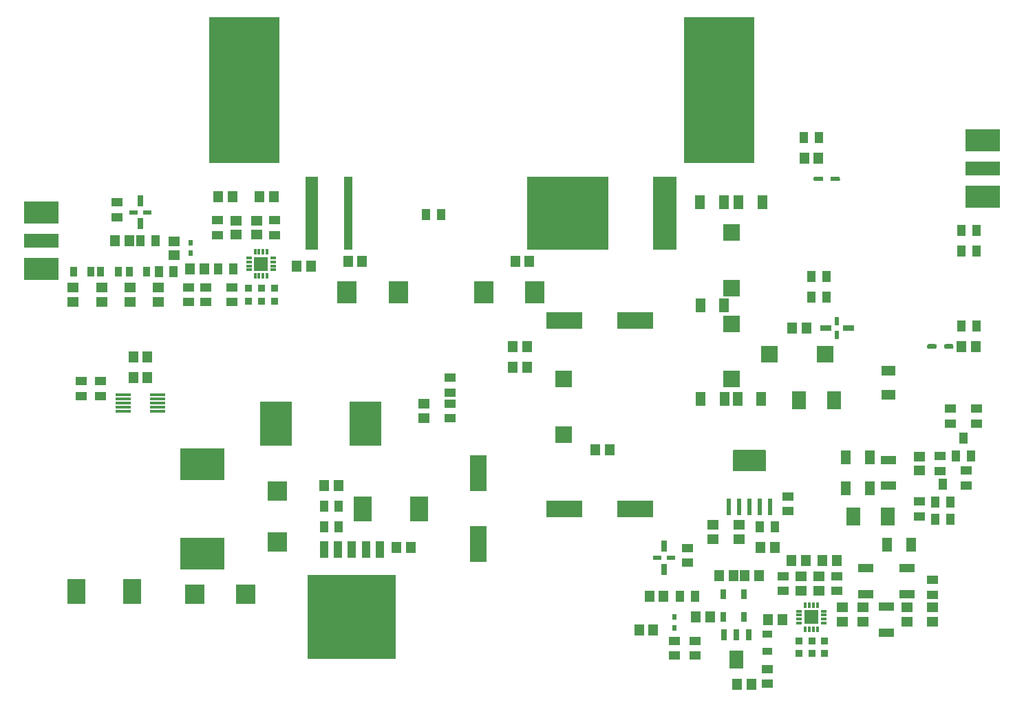
<source format=gbr>
G04 EAGLE Gerber RS-274X export*
G75*
%MOMM*%
%FSLAX34Y34*%
%LPD*%
%INSolderpaste Top*%
%IPPOS*%
%AMOC8*
5,1,8,0,0,1.08239X$1,22.5*%
G01*
%ADD10R,1.465300X1.164600*%
%ADD11R,1.164600X1.465300*%
%ADD12R,2.115300X4.415700*%
%ADD13R,2.400000X2.800000*%
%ADD14R,2.403600X2.368000*%
%ADD15R,2.368000X2.403600*%
%ADD16R,1.164600X1.815300*%
%ADD17R,0.970200X0.920900*%
%ADD18R,4.415700X2.115300*%
%ADD19R,0.500000X0.700000*%
%ADD20R,2.251800X3.120200*%
%ADD21R,1.752000X2.223900*%
%ADD22R,0.875700X1.210300*%
%ADD23R,2.000000X2.000000*%
%ADD24R,1.910300X1.043100*%
%ADD25R,0.760000X1.270000*%
%ADD26R,4.000000X5.400000*%
%ADD27R,1.210300X0.875700*%
%ADD28R,5.400000X4.000000*%
%ADD29R,1.031200X1.420200*%
%ADD30R,1.420200X1.031200*%
%ADD31R,0.800000X1.400000*%
%ADD32R,1.800000X2.200000*%
%ADD33R,0.800000X0.300000*%
%ADD34R,0.300000X0.800000*%
%ADD35R,1.800000X1.800000*%
%ADD36R,1.500000X9.000000*%
%ADD37R,1.000000X9.000000*%
%ADD38R,10.000000X9.000000*%
%ADD39R,3.000000X9.000000*%
%ADD40R,8.600000X18.000000*%
%ADD41R,0.558800X2.057400*%
%ADD42R,3.810000X2.540000*%
%ADD43R,1.828800X0.330200*%
%ADD44R,10.800000X10.410000*%
%ADD45R,1.066800X2.159000*%
%ADD46R,1.100000X0.600000*%
%ADD47R,1.400000X0.800000*%
%ADD48R,0.600000X1.100000*%
%ADD49R,4.191000X1.778000*%
%ADD50R,4.191000X2.667000*%
%ADD51R,1.000000X1.400000*%
%ADD52R,1.815300X1.164600*%

G36*
X911499Y281436D02*
X911499Y281436D01*
X911518Y281434D01*
X911620Y281456D01*
X911722Y281473D01*
X911739Y281482D01*
X911759Y281486D01*
X911848Y281539D01*
X911939Y281588D01*
X911953Y281602D01*
X911970Y281612D01*
X912037Y281691D01*
X912109Y281766D01*
X912117Y281784D01*
X912130Y281799D01*
X912169Y281895D01*
X912212Y281989D01*
X912214Y282009D01*
X912222Y282027D01*
X912240Y282194D01*
X912240Y306578D01*
X912239Y306588D01*
X912239Y306593D01*
X912237Y306602D01*
X912239Y306617D01*
X912217Y306719D01*
X912201Y306821D01*
X912191Y306838D01*
X912187Y306858D01*
X912134Y306947D01*
X912085Y307038D01*
X912071Y307052D01*
X912061Y307069D01*
X911982Y307136D01*
X911907Y307208D01*
X911889Y307216D01*
X911874Y307229D01*
X911778Y307268D01*
X911684Y307311D01*
X911664Y307313D01*
X911646Y307321D01*
X911479Y307339D01*
X872871Y307339D01*
X872851Y307336D01*
X872832Y307338D01*
X872730Y307316D01*
X872628Y307300D01*
X872611Y307290D01*
X872591Y307286D01*
X872502Y307233D01*
X872411Y307184D01*
X872397Y307170D01*
X872380Y307160D01*
X872313Y307081D01*
X872242Y307006D01*
X872233Y306988D01*
X872220Y306973D01*
X872181Y306877D01*
X872138Y306783D01*
X872136Y306763D01*
X872128Y306745D01*
X872110Y306578D01*
X872110Y282194D01*
X872113Y282174D01*
X872111Y282155D01*
X872133Y282053D01*
X872150Y281951D01*
X872159Y281934D01*
X872163Y281914D01*
X872216Y281825D01*
X872265Y281734D01*
X872279Y281720D01*
X872289Y281703D01*
X872368Y281636D01*
X872443Y281565D01*
X872461Y281556D01*
X872476Y281543D01*
X872572Y281504D01*
X872666Y281461D01*
X872686Y281459D01*
X872704Y281451D01*
X872871Y281433D01*
X911479Y281433D01*
X911499Y281436D01*
G37*
G36*
X1002227Y638703D02*
X1002227Y638703D01*
X1002229Y638701D01*
X1002432Y638717D01*
X1002436Y638721D01*
X1002440Y638718D01*
X1002639Y638766D01*
X1002642Y638771D01*
X1002646Y638769D01*
X1002834Y638847D01*
X1002837Y638851D01*
X1002841Y638850D01*
X1003015Y638956D01*
X1003017Y638962D01*
X1003021Y638961D01*
X1003176Y639094D01*
X1003177Y639099D01*
X1003181Y639099D01*
X1003314Y639254D01*
X1003315Y639260D01*
X1003319Y639260D01*
X1003425Y639434D01*
X1003424Y639440D01*
X1003429Y639441D01*
X1003507Y639629D01*
X1003505Y639635D01*
X1003509Y639636D01*
X1003557Y639835D01*
X1003555Y639841D01*
X1003558Y639843D01*
X1003574Y640046D01*
X1003572Y640049D01*
X1003574Y640050D01*
X1003558Y642853D01*
X1003553Y642860D01*
X1003557Y642865D01*
X1003509Y643064D01*
X1003504Y643067D01*
X1003507Y643071D01*
X1003429Y643259D01*
X1003424Y643262D01*
X1003425Y643266D01*
X1003319Y643440D01*
X1003313Y643442D01*
X1003314Y643446D01*
X1003181Y643601D01*
X1003176Y643602D01*
X1003176Y643606D01*
X1003021Y643739D01*
X1003015Y643740D01*
X1003015Y643744D01*
X1002841Y643850D01*
X1002835Y643849D01*
X1002834Y643854D01*
X1002646Y643932D01*
X1002640Y643930D01*
X1002639Y643934D01*
X1002440Y643982D01*
X1002434Y643980D01*
X1002432Y643983D01*
X1002229Y643999D01*
X1002226Y643997D01*
X1002225Y643999D01*
X993425Y643999D01*
X993423Y643997D01*
X993421Y643999D01*
X993218Y643983D01*
X993214Y643979D01*
X993210Y643982D01*
X993011Y643934D01*
X993008Y643929D01*
X993004Y643932D01*
X992816Y643854D01*
X992813Y643849D01*
X992809Y643850D01*
X992635Y643744D01*
X992633Y643738D01*
X992629Y643739D01*
X992474Y643606D01*
X992473Y643601D01*
X992469Y643601D01*
X992336Y643446D01*
X992335Y643440D01*
X992331Y643440D01*
X992225Y643266D01*
X992226Y643260D01*
X992222Y643259D01*
X992144Y643071D01*
X992145Y643065D01*
X992141Y643064D01*
X992093Y642865D01*
X992095Y642859D01*
X992092Y642857D01*
X992076Y642654D01*
X992078Y642651D01*
X992076Y642650D01*
X992092Y639847D01*
X992097Y639840D01*
X992093Y639835D01*
X992141Y639636D01*
X992146Y639633D01*
X992144Y639629D01*
X992222Y639441D01*
X992226Y639438D01*
X992225Y639434D01*
X992331Y639260D01*
X992337Y639258D01*
X992336Y639254D01*
X992469Y639099D01*
X992474Y639098D01*
X992474Y639094D01*
X992629Y638961D01*
X992635Y638960D01*
X992635Y638956D01*
X992809Y638850D01*
X992815Y638851D01*
X992816Y638847D01*
X993004Y638769D01*
X993010Y638770D01*
X993011Y638766D01*
X993210Y638718D01*
X993216Y638720D01*
X993218Y638717D01*
X993421Y638701D01*
X993424Y638703D01*
X993425Y638701D01*
X1002225Y638701D01*
X1002227Y638703D01*
G37*
G36*
X981427Y638703D02*
X981427Y638703D01*
X981429Y638701D01*
X981632Y638717D01*
X981636Y638721D01*
X981640Y638718D01*
X981839Y638766D01*
X981842Y638771D01*
X981846Y638769D01*
X982034Y638847D01*
X982037Y638851D01*
X982041Y638850D01*
X982215Y638956D01*
X982217Y638962D01*
X982221Y638961D01*
X982376Y639094D01*
X982377Y639099D01*
X982381Y639099D01*
X982514Y639254D01*
X982515Y639260D01*
X982519Y639260D01*
X982625Y639434D01*
X982624Y639440D01*
X982629Y639441D01*
X982707Y639629D01*
X982705Y639635D01*
X982709Y639636D01*
X982757Y639835D01*
X982755Y639841D01*
X982758Y639843D01*
X982774Y640046D01*
X982772Y640049D01*
X982774Y640050D01*
X982758Y642853D01*
X982753Y642860D01*
X982757Y642865D01*
X982709Y643064D01*
X982704Y643067D01*
X982707Y643071D01*
X982629Y643259D01*
X982624Y643262D01*
X982625Y643266D01*
X982519Y643440D01*
X982513Y643442D01*
X982514Y643446D01*
X982381Y643601D01*
X982376Y643602D01*
X982376Y643606D01*
X982221Y643739D01*
X982215Y643740D01*
X982215Y643744D01*
X982041Y643850D01*
X982035Y643849D01*
X982034Y643854D01*
X981846Y643932D01*
X981840Y643930D01*
X981839Y643934D01*
X981640Y643982D01*
X981634Y643980D01*
X981632Y643983D01*
X981429Y643999D01*
X981426Y643997D01*
X981425Y643999D01*
X972625Y643999D01*
X972623Y643997D01*
X972621Y643999D01*
X972418Y643983D01*
X972414Y643979D01*
X972410Y643982D01*
X972211Y643934D01*
X972208Y643929D01*
X972204Y643932D01*
X972016Y643854D01*
X972013Y643849D01*
X972009Y643850D01*
X971835Y643744D01*
X971833Y643738D01*
X971829Y643739D01*
X971674Y643606D01*
X971673Y643601D01*
X971669Y643601D01*
X971536Y643446D01*
X971535Y643440D01*
X971531Y643440D01*
X971425Y643266D01*
X971426Y643260D01*
X971422Y643259D01*
X971344Y643071D01*
X971345Y643065D01*
X971341Y643064D01*
X971293Y642865D01*
X971295Y642859D01*
X971292Y642857D01*
X971276Y642654D01*
X971278Y642651D01*
X971276Y642650D01*
X971292Y639847D01*
X971297Y639840D01*
X971293Y639835D01*
X971341Y639636D01*
X971346Y639633D01*
X971344Y639629D01*
X971422Y639441D01*
X971426Y639438D01*
X971425Y639434D01*
X971531Y639260D01*
X971537Y639258D01*
X971536Y639254D01*
X971669Y639099D01*
X971674Y639098D01*
X971674Y639094D01*
X971829Y638961D01*
X971835Y638960D01*
X971835Y638956D01*
X972009Y638850D01*
X972015Y638851D01*
X972016Y638847D01*
X972204Y638769D01*
X972210Y638770D01*
X972211Y638766D01*
X972410Y638718D01*
X972416Y638720D01*
X972418Y638717D01*
X972621Y638701D01*
X972624Y638703D01*
X972625Y638701D01*
X981425Y638701D01*
X981427Y638703D01*
G37*
G36*
X1121127Y432328D02*
X1121127Y432328D01*
X1121129Y432326D01*
X1121332Y432342D01*
X1121336Y432346D01*
X1121340Y432343D01*
X1121539Y432391D01*
X1121542Y432396D01*
X1121546Y432394D01*
X1121734Y432472D01*
X1121737Y432476D01*
X1121741Y432475D01*
X1121915Y432581D01*
X1121917Y432587D01*
X1121921Y432586D01*
X1122076Y432719D01*
X1122077Y432724D01*
X1122081Y432724D01*
X1122214Y432879D01*
X1122215Y432885D01*
X1122219Y432885D01*
X1122325Y433059D01*
X1122324Y433065D01*
X1122329Y433066D01*
X1122407Y433254D01*
X1122405Y433260D01*
X1122409Y433261D01*
X1122457Y433460D01*
X1122455Y433466D01*
X1122458Y433468D01*
X1122474Y433671D01*
X1122472Y433674D01*
X1122474Y433675D01*
X1122458Y436478D01*
X1122453Y436485D01*
X1122457Y436490D01*
X1122409Y436689D01*
X1122404Y436692D01*
X1122407Y436696D01*
X1122329Y436884D01*
X1122324Y436887D01*
X1122325Y436891D01*
X1122219Y437065D01*
X1122213Y437067D01*
X1122214Y437071D01*
X1122081Y437226D01*
X1122076Y437227D01*
X1122076Y437231D01*
X1121921Y437364D01*
X1121915Y437365D01*
X1121915Y437369D01*
X1121741Y437475D01*
X1121735Y437474D01*
X1121734Y437479D01*
X1121546Y437557D01*
X1121540Y437555D01*
X1121539Y437559D01*
X1121340Y437607D01*
X1121334Y437605D01*
X1121332Y437608D01*
X1121129Y437624D01*
X1121126Y437622D01*
X1121125Y437624D01*
X1112325Y437624D01*
X1112323Y437622D01*
X1112321Y437624D01*
X1112118Y437608D01*
X1112114Y437604D01*
X1112110Y437607D01*
X1111911Y437559D01*
X1111908Y437554D01*
X1111904Y437557D01*
X1111716Y437479D01*
X1111713Y437474D01*
X1111709Y437475D01*
X1111535Y437369D01*
X1111533Y437363D01*
X1111529Y437364D01*
X1111374Y437231D01*
X1111373Y437226D01*
X1111369Y437226D01*
X1111236Y437071D01*
X1111235Y437065D01*
X1111231Y437065D01*
X1111125Y436891D01*
X1111126Y436885D01*
X1111122Y436884D01*
X1111044Y436696D01*
X1111045Y436690D01*
X1111041Y436689D01*
X1110993Y436490D01*
X1110995Y436484D01*
X1110992Y436482D01*
X1110976Y436279D01*
X1110978Y436276D01*
X1110976Y436275D01*
X1110992Y433472D01*
X1110997Y433465D01*
X1110993Y433460D01*
X1111041Y433261D01*
X1111046Y433258D01*
X1111044Y433254D01*
X1111122Y433066D01*
X1111126Y433063D01*
X1111125Y433059D01*
X1111231Y432885D01*
X1111237Y432883D01*
X1111236Y432879D01*
X1111369Y432724D01*
X1111374Y432723D01*
X1111374Y432719D01*
X1111529Y432586D01*
X1111535Y432585D01*
X1111535Y432581D01*
X1111709Y432475D01*
X1111715Y432476D01*
X1111716Y432472D01*
X1111904Y432394D01*
X1111910Y432395D01*
X1111911Y432391D01*
X1112110Y432343D01*
X1112116Y432345D01*
X1112118Y432342D01*
X1112321Y432326D01*
X1112324Y432328D01*
X1112325Y432326D01*
X1121125Y432326D01*
X1121127Y432328D01*
G37*
G36*
X1141927Y432328D02*
X1141927Y432328D01*
X1141929Y432326D01*
X1142132Y432342D01*
X1142136Y432346D01*
X1142140Y432343D01*
X1142339Y432391D01*
X1142342Y432396D01*
X1142346Y432394D01*
X1142534Y432472D01*
X1142537Y432476D01*
X1142541Y432475D01*
X1142715Y432581D01*
X1142717Y432587D01*
X1142721Y432586D01*
X1142876Y432719D01*
X1142877Y432724D01*
X1142881Y432724D01*
X1143014Y432879D01*
X1143015Y432885D01*
X1143019Y432885D01*
X1143125Y433059D01*
X1143124Y433065D01*
X1143129Y433066D01*
X1143207Y433254D01*
X1143205Y433260D01*
X1143209Y433261D01*
X1143257Y433460D01*
X1143255Y433466D01*
X1143258Y433468D01*
X1143274Y433671D01*
X1143272Y433674D01*
X1143274Y433675D01*
X1143258Y436478D01*
X1143253Y436485D01*
X1143257Y436490D01*
X1143209Y436689D01*
X1143204Y436692D01*
X1143207Y436696D01*
X1143129Y436884D01*
X1143124Y436887D01*
X1143125Y436891D01*
X1143019Y437065D01*
X1143013Y437067D01*
X1143014Y437071D01*
X1142881Y437226D01*
X1142876Y437227D01*
X1142876Y437231D01*
X1142721Y437364D01*
X1142715Y437365D01*
X1142715Y437369D01*
X1142541Y437475D01*
X1142535Y437474D01*
X1142534Y437479D01*
X1142346Y437557D01*
X1142340Y437555D01*
X1142339Y437559D01*
X1142140Y437607D01*
X1142134Y437605D01*
X1142132Y437608D01*
X1141929Y437624D01*
X1141926Y437622D01*
X1141925Y437624D01*
X1133125Y437624D01*
X1133123Y437622D01*
X1133121Y437624D01*
X1132918Y437608D01*
X1132914Y437604D01*
X1132910Y437607D01*
X1132711Y437559D01*
X1132708Y437554D01*
X1132704Y437557D01*
X1132516Y437479D01*
X1132513Y437474D01*
X1132509Y437475D01*
X1132335Y437369D01*
X1132333Y437363D01*
X1132329Y437364D01*
X1132174Y437231D01*
X1132173Y437226D01*
X1132169Y437226D01*
X1132036Y437071D01*
X1132035Y437065D01*
X1132031Y437065D01*
X1131925Y436891D01*
X1131926Y436885D01*
X1131922Y436884D01*
X1131844Y436696D01*
X1131845Y436690D01*
X1131841Y436689D01*
X1131793Y436490D01*
X1131795Y436484D01*
X1131792Y436482D01*
X1131776Y436279D01*
X1131778Y436276D01*
X1131776Y436275D01*
X1131792Y433472D01*
X1131797Y433465D01*
X1131793Y433460D01*
X1131841Y433261D01*
X1131846Y433258D01*
X1131844Y433254D01*
X1131922Y433066D01*
X1131926Y433063D01*
X1131925Y433059D01*
X1132031Y432885D01*
X1132037Y432883D01*
X1132036Y432879D01*
X1132169Y432724D01*
X1132174Y432723D01*
X1132174Y432719D01*
X1132329Y432586D01*
X1132335Y432585D01*
X1132335Y432581D01*
X1132509Y432475D01*
X1132515Y432476D01*
X1132516Y432472D01*
X1132704Y432394D01*
X1132710Y432395D01*
X1132711Y432391D01*
X1132910Y432343D01*
X1132916Y432345D01*
X1132918Y432342D01*
X1133121Y432326D01*
X1133124Y432328D01*
X1133125Y432326D01*
X1141925Y432326D01*
X1141927Y432328D01*
G37*
D10*
X130175Y507229D03*
X130175Y489721D03*
D11*
X221479Y530225D03*
X203971Y530225D03*
X769121Y127000D03*
X786629Y127000D03*
X600846Y434975D03*
X618354Y434975D03*
D10*
X165100Y507229D03*
X165100Y489721D03*
D12*
X558800Y278477D03*
X558800Y191423D03*
D11*
X843779Y101600D03*
X826271Y101600D03*
X872354Y152400D03*
X854846Y152400D03*
X886596Y152400D03*
X904104Y152400D03*
X415789Y539750D03*
X398281Y539750D03*
D10*
X184150Y564379D03*
X184150Y546871D03*
D13*
X397125Y501650D03*
X460125Y501650D03*
D11*
X877071Y19050D03*
X894579Y19050D03*
D14*
X311150Y256637D03*
X311150Y194213D03*
D11*
X932679Y98425D03*
X915171Y98425D03*
D10*
X492125Y346846D03*
X492125Y364354D03*
D13*
X628400Y501650D03*
X565400Y501650D03*
D11*
X621529Y539750D03*
X604021Y539750D03*
X386579Y263525D03*
X369071Y263525D03*
D10*
X1031875Y113529D03*
X1031875Y96021D03*
D15*
X210088Y130175D03*
X272512Y130175D03*
D11*
X773929Y85725D03*
X756421Y85725D03*
D10*
X1085850Y96021D03*
X1085850Y113529D03*
X1117600Y113529D03*
X1117600Y96021D03*
D16*
X878691Y612775D03*
X908199Y612775D03*
D10*
X847725Y197621D03*
X847725Y215129D03*
X879475Y197621D03*
X879475Y215129D03*
D16*
X861209Y485140D03*
X831701Y485140D03*
X861844Y370205D03*
X832336Y370205D03*
X906929Y370205D03*
X877421Y370205D03*
D11*
X923154Y187325D03*
X905646Y187325D03*
X945016Y457200D03*
X962524Y457200D03*
D10*
X60325Y507229D03*
X60325Y489721D03*
D11*
X1153296Y434975D03*
X1170804Y434975D03*
D10*
X1101725Y282076D03*
X1101725Y299584D03*
D11*
X977129Y666750D03*
X959621Y666750D03*
X151629Y396875D03*
X134121Y396875D03*
X719954Y307975D03*
X702446Y307975D03*
X151629Y422275D03*
X134121Y422275D03*
X352924Y533400D03*
X335416Y533400D03*
D17*
X276225Y506221D03*
X276225Y490729D03*
X292100Y506221D03*
X292100Y490729D03*
X307975Y506221D03*
X307975Y490729D03*
D10*
X260350Y572271D03*
X260350Y589779D03*
X285750Y572271D03*
X285750Y589779D03*
D11*
X238896Y619125D03*
X256404Y619125D03*
X307204Y619125D03*
X289696Y619125D03*
D10*
X1006475Y113529D03*
X1006475Y96021D03*
X95250Y507229D03*
X95250Y489721D03*
D17*
X953135Y72516D03*
X953135Y57024D03*
X969010Y72516D03*
X969010Y57024D03*
X984885Y72516D03*
X984885Y57024D03*
D10*
X955675Y134121D03*
X955675Y151629D03*
X977900Y134121D03*
X977900Y151629D03*
D11*
X943746Y171450D03*
X961254Y171450D03*
X999354Y171450D03*
X981846Y171450D03*
X111896Y565150D03*
X129404Y565150D03*
D18*
X664498Y466725D03*
X751552Y466725D03*
D11*
X600846Y409575D03*
X618354Y409575D03*
D19*
X204470Y562625D03*
X204470Y549625D03*
X800100Y101615D03*
X800100Y88615D03*
D20*
X416283Y234950D03*
X485417Y234950D03*
X63858Y133350D03*
X132992Y133350D03*
D21*
X996027Y368300D03*
X953423Y368300D03*
D22*
X60447Y527050D03*
X81793Y527050D03*
D23*
X869950Y506850D03*
X869950Y575150D03*
D24*
X1085850Y161886D03*
X1085850Y130214D03*
D23*
X869950Y394455D03*
X869950Y462755D03*
X663575Y394850D03*
X663575Y326550D03*
D22*
X94102Y527050D03*
X115448Y527050D03*
X129027Y527050D03*
X150373Y527050D03*
D25*
X885825Y101600D03*
X860425Y101600D03*
X885825Y129540D03*
X860425Y129540D03*
D26*
X420125Y339725D03*
X310125Y339725D03*
D27*
X914400Y59177D03*
X914400Y80523D03*
D28*
X219075Y289950D03*
X219075Y179950D03*
D24*
X1035050Y161886D03*
X1035050Y130214D03*
D29*
X238455Y530225D03*
X256845Y530225D03*
D30*
X523875Y378155D03*
X523875Y396545D03*
X523875Y346405D03*
X523875Y364795D03*
X914400Y19380D03*
X914400Y37770D03*
X223520Y507670D03*
X223520Y489280D03*
D29*
X387020Y238125D03*
X368630Y238125D03*
X368630Y212725D03*
X387020Y212725D03*
D30*
X933450Y152070D03*
X933450Y133680D03*
X1000125Y133680D03*
X1000125Y152070D03*
X825500Y54305D03*
X825500Y72695D03*
X800100Y72695D03*
X800100Y54305D03*
D16*
X860574Y612775D03*
X831066Y612775D03*
D30*
X1117600Y147625D03*
X1117600Y129235D03*
D29*
X512750Y596900D03*
X494360Y596900D03*
X905205Y212725D03*
X923595Y212725D03*
D30*
X939800Y232105D03*
X939800Y250495D03*
D29*
X968705Y520700D03*
X987095Y520700D03*
X968705Y495300D03*
X987095Y495300D03*
X143205Y565150D03*
X161595Y565150D03*
D30*
X69850Y392100D03*
X69850Y373710D03*
X93980Y392100D03*
X93980Y373710D03*
X1101725Y244145D03*
X1101725Y225755D03*
D29*
X1171245Y577850D03*
X1152855Y577850D03*
D30*
X1127125Y300025D03*
X1127125Y281635D03*
D29*
X1171245Y552450D03*
X1152855Y552450D03*
D30*
X202565Y507670D03*
X202565Y489280D03*
D29*
X806780Y127000D03*
X825170Y127000D03*
D30*
X238125Y590220D03*
X238125Y571830D03*
D29*
X183820Y527050D03*
X165430Y527050D03*
D30*
X307975Y571830D03*
X307975Y590220D03*
X255270Y507670D03*
X255270Y489280D03*
D31*
X876300Y80125D03*
X861300Y80125D03*
X891300Y80125D03*
D32*
X876300Y49325D03*
D33*
X953375Y109100D03*
X953375Y104100D03*
X953375Y99100D03*
X953375Y94100D03*
D34*
X960875Y86600D03*
X965875Y86600D03*
X970875Y86600D03*
X975875Y86600D03*
D33*
X983375Y94100D03*
X983375Y99100D03*
X983375Y104100D03*
X983375Y109100D03*
D34*
X975875Y116600D03*
X970875Y116600D03*
X965875Y116600D03*
X960875Y116600D03*
D35*
X968375Y101600D03*
D33*
X276465Y544075D03*
X276465Y539075D03*
X276465Y534075D03*
X276465Y529075D03*
D34*
X283965Y521575D03*
X288965Y521575D03*
X293965Y521575D03*
X298965Y521575D03*
D33*
X306465Y529075D03*
X306465Y534075D03*
X306465Y539075D03*
X306465Y544075D03*
D34*
X298965Y551575D03*
X293965Y551575D03*
X288965Y551575D03*
X283965Y551575D03*
D35*
X291465Y536575D03*
D36*
X353325Y598970D03*
D37*
X398325Y598970D03*
D38*
X668325Y598970D03*
D39*
X788325Y598970D03*
D40*
X271145Y750570D03*
X855345Y750570D03*
D41*
X866775Y237109D03*
X879475Y237109D03*
X892175Y237109D03*
X904875Y237109D03*
X917575Y237109D03*
D42*
X892175Y294259D03*
D43*
X121920Y375125D03*
X121920Y370125D03*
X121920Y365125D03*
X121920Y360125D03*
X121920Y355125D03*
X163830Y355125D03*
X163830Y360125D03*
X163830Y365125D03*
X163830Y370125D03*
X163830Y375125D03*
D44*
X403225Y101600D03*
D45*
X437261Y184912D03*
X420243Y184912D03*
X403225Y184912D03*
X386207Y184912D03*
X369189Y184912D03*
D31*
X142875Y614325D03*
D46*
X134375Y600075D03*
D31*
X142875Y585825D03*
D46*
X151375Y600075D03*
D31*
X787400Y188875D03*
D46*
X778900Y174625D03*
D31*
X787400Y160375D03*
D46*
X795900Y174625D03*
D47*
X1014375Y457200D03*
D48*
X1000125Y465700D03*
D47*
X985875Y457200D03*
D48*
X1000125Y448700D03*
D49*
X21154Y565150D03*
D50*
X21154Y600096D03*
X21154Y530204D03*
D49*
X1178846Y654050D03*
D50*
X1178846Y619104D03*
X1178846Y688996D03*
D30*
X815975Y186995D03*
X815975Y168605D03*
D29*
X1121105Y222250D03*
X1139495Y222250D03*
D30*
X114300Y612445D03*
X114300Y594055D03*
D11*
X475479Y187325D03*
X457971Y187325D03*
D18*
X664498Y234950D03*
X751552Y234950D03*
D21*
X1020098Y225425D03*
X1062702Y225425D03*
D30*
X1158875Y282245D03*
X1158875Y263855D03*
D51*
X1155700Y322150D03*
X1165200Y300150D03*
X1146200Y300150D03*
X1130300Y265000D03*
X1139800Y243000D03*
X1120800Y243000D03*
D30*
X1171575Y340055D03*
X1171575Y358445D03*
X1139825Y340055D03*
X1139825Y358445D03*
D23*
X985400Y425450D03*
X917100Y425450D03*
D52*
X1063625Y375136D03*
X1063625Y404644D03*
D16*
X1040279Y298450D03*
X1010771Y298450D03*
X1040279Y260350D03*
X1010771Y260350D03*
D24*
X1060450Y114261D03*
X1060450Y82589D03*
D16*
X1091079Y190500D03*
X1061571Y190500D03*
D29*
X1171245Y460375D03*
X1152855Y460375D03*
X977570Y692150D03*
X959180Y692150D03*
D24*
X1063625Y295236D03*
X1063625Y263564D03*
M02*

</source>
